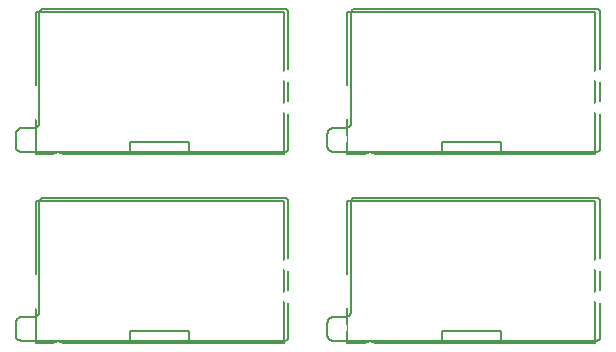
<source format=gbr>
*
%FSLAX26Y26*%
%MOIN*%
%ADD10C,0.006150*%
%ADD11C,0.005000*%
%ADD12C,0.041350*%
%ADD13C,0.050850*%
%ADD14R,0.051350X0.051350*%
%ADD15C,0.001500*%
%ADD16C,0.053100*%
%ADD17R,0.040600X0.040600*%
%ADD18C,0.004000*%
%ADD19R,0.109100X0.109100*%
%ADD20R,0.039850X0.039850*%
%ADD21C,0.005500*%
%ADD22C,0.014006*%
%IPPOS*%
%LNgbo.gbr*%
%LPD*%
G75*
G54D10*
X107776Y536615D02*
X913484D01*
X913921Y536607D01*
X914354Y536583D01*
X914791Y536548D01*
X915224Y536493D01*
X915654Y536426D01*
X916083Y536343D01*
X916508Y536245D01*
X916929Y536130D01*
X917346Y536004D01*
X917760Y535863D01*
X918165Y535705D01*
X918567Y535536D01*
X918965Y535351D01*
X919354Y535150D01*
X919736Y534941D01*
X920106Y534717D01*
X920472Y534477D01*
X920831Y534229D01*
X921181Y533965D01*
X921520Y533690D01*
X921846Y533402D01*
X922169Y533107D01*
X922476Y532800D01*
X922772Y532477D01*
X923059Y532150D01*
X923335Y531812D01*
X923598Y531461D01*
X923846Y531103D01*
X924087Y530737D01*
X924311Y530367D01*
X924520Y529985D01*
X924720Y529595D01*
X924906Y529197D01*
X925075Y528796D01*
X925232Y528390D01*
X925374Y527977D01*
X925500Y527560D01*
X925614Y527138D01*
X925713Y526713D01*
X925795Y526284D01*
X925862Y525855D01*
X925917Y525422D01*
X925953Y524985D01*
X925976Y524552D01*
X925984Y524115D01*
Y72737D01*
X925976Y72300D01*
X925953Y71867D01*
X925917Y71430D01*
X925862Y70997D01*
X925795Y70567D01*
X925713Y70138D01*
X925614Y69713D01*
X925500Y69292D01*
X925374Y68875D01*
X925232Y68461D01*
X925075Y68056D01*
X924906Y67654D01*
X924720Y67256D01*
X924520Y66867D01*
X924311Y66485D01*
X924087Y66115D01*
X923846Y65749D01*
X923598Y65390D01*
X923335Y65040D01*
X923059Y64701D01*
X922772Y64375D01*
X922476Y64052D01*
X922169Y63745D01*
X921846Y63449D01*
X921520Y63162D01*
X921181Y62886D01*
X920831Y62623D01*
X920472Y62375D01*
X920106Y62134D01*
X919732Y61910D01*
X919354Y61701D01*
X918965Y61501D01*
X918567Y61316D01*
X918165Y61146D01*
X917760Y60989D01*
X917346Y60847D01*
X916929Y60721D01*
X916508Y60607D01*
X916083Y60508D01*
X915654Y60426D01*
X915224Y60359D01*
X914791Y60304D01*
X914354Y60268D01*
X913921Y60245D01*
X913484Y60237D01*
X36220D01*
X16535Y79922D02*
Y119292D01*
X16543Y119843D01*
X16567Y120394D01*
X16606Y120945D01*
X16657Y121497D01*
X16728Y122044D01*
X16815Y122591D01*
X16913Y123130D01*
X17028Y123674D01*
X17157Y124209D01*
X17303Y124741D01*
X17465Y125268D01*
X17642Y125792D01*
X17831Y126312D01*
X18035Y126823D01*
X18252Y127331D01*
X18484Y127831D01*
X18732Y128327D01*
X18992Y128816D01*
X19264Y129292D01*
X19551Y129764D01*
X19854Y130229D01*
X20165Y130682D01*
X20492Y131130D01*
X20831Y131564D01*
X21181Y131993D01*
X21543Y132410D01*
X21917Y132816D01*
X22299Y133213D01*
X22697Y133595D01*
X23102Y133969D01*
X23520Y134331D01*
X23949Y134682D01*
X24382Y135020D01*
X24831Y135347D01*
X25283Y135658D01*
X25748Y135961D01*
X26220Y136249D01*
X26697Y136520D01*
X27185Y136780D01*
X27681Y137028D01*
X28181Y137260D01*
X28689Y137477D01*
X29201Y137682D01*
X29720Y137871D01*
X30244Y138048D01*
X30772Y138209D01*
X31303Y138355D01*
X31839Y138485D01*
X32382Y138599D01*
X32921Y138697D01*
X33468Y138784D01*
X34016Y138855D01*
X34567Y138906D01*
X35118Y138945D01*
X35669Y138969D01*
X36220Y138977D01*
X75591D01*
X76142Y138985D01*
X76693Y139008D01*
X77244Y139048D01*
X77795Y139099D01*
X78343Y139170D01*
X78890Y139256D01*
X79429Y139355D01*
X79972Y139469D01*
X80508Y139599D01*
X81039Y139745D01*
X81567Y139906D01*
X82091Y140083D01*
X82610Y140272D01*
X83122Y140477D01*
X83630Y140693D01*
X84130Y140926D01*
X84626Y141174D01*
X85114Y141434D01*
X85591Y141705D01*
X86063Y141993D01*
X86528Y142296D01*
X86980Y142607D01*
X87429Y142934D01*
X87862Y143272D01*
X88291Y143623D01*
X88709Y143985D01*
X89114Y144359D01*
X89512Y144741D01*
X89894Y145138D01*
X90268Y145544D01*
X90630Y145961D01*
X90980Y146390D01*
X91319Y146823D01*
X91646Y147272D01*
X91957Y147725D01*
X92260Y148190D01*
X92547Y148662D01*
X92819Y149138D01*
X93079Y149627D01*
X93327Y150123D01*
X93559Y150623D01*
X93776Y151130D01*
X93980Y151642D01*
X94169Y152162D01*
X94346Y152686D01*
X94508Y153213D01*
X94654Y153745D01*
X94783Y154280D01*
X94898Y154823D01*
X94996Y155363D01*
X95083Y155910D01*
X95154Y156457D01*
X95205Y157008D01*
X95244Y157560D01*
X95268Y158111D01*
X95276Y158662D01*
Y524115D01*
X95283Y524552D01*
X95307Y524985D01*
X95343Y525422D01*
X95398Y525855D01*
X95465Y526284D01*
X95547Y526713D01*
X95646Y527138D01*
X95760Y527560D01*
X95886Y527977D01*
X96028Y528390D01*
X96185Y528796D01*
X96354Y529197D01*
X96539Y529595D01*
X96740Y529985D01*
X96949Y530367D01*
X97173Y530737D01*
X97413Y531103D01*
X97661Y531461D01*
X97925Y531812D01*
X98201Y532150D01*
X98488Y532477D01*
X98783Y532800D01*
X99091Y533107D01*
X99413Y533402D01*
X99740Y533690D01*
X100079Y533965D01*
X100429Y534229D01*
X100787Y534477D01*
X101154Y534717D01*
X101528Y534941D01*
X101906Y535150D01*
X102295Y535351D01*
X102693Y535536D01*
X103094Y535705D01*
X103500Y535863D01*
X103913Y536004D01*
X104331Y536130D01*
X104752Y536245D01*
X105177Y536343D01*
X105606Y536426D01*
X106035Y536493D01*
X106468Y536548D01*
X106906Y536583D01*
X107339Y536607D01*
X107776Y536615D01*
X16535Y79922D02*
X16543Y79371D01*
X16567Y78819D01*
X16606Y78268D01*
X16657Y77717D01*
X16728Y77170D01*
X16815Y76623D01*
X16913Y76083D01*
X17028Y75540D01*
X17157Y75004D01*
X17303Y74473D01*
X17465Y73945D01*
X17642Y73422D01*
X17831Y72902D01*
X18035Y72390D01*
X18252Y71882D01*
X18484Y71382D01*
X18732Y70886D01*
X18992Y70398D01*
X19264Y69922D01*
X19551Y69449D01*
X19854Y68985D01*
X20165Y68532D01*
X20492Y68083D01*
X20831Y67650D01*
X21181Y67221D01*
X21543Y66804D01*
X21917Y66398D01*
X22299Y66001D01*
X22697Y65619D01*
X23102Y65245D01*
X23520Y64882D01*
X23949Y64532D01*
X24382Y64193D01*
X24831Y63867D01*
X25283Y63556D01*
X25748Y63253D01*
X26220Y62965D01*
X26697Y62693D01*
X27185Y62434D01*
X27681Y62186D01*
X28181Y61953D01*
X28689Y61737D01*
X29201Y61532D01*
X29720Y61343D01*
X30244Y61166D01*
X30772Y61004D01*
X31303Y60859D01*
X31839Y60729D01*
X32382Y60615D01*
X32921Y60516D01*
X33468Y60430D01*
X34016Y60359D01*
X34567Y60308D01*
X35118Y60268D01*
X35669Y60245D01*
X36220Y60237D01*
G54D11*
X909843Y52756D02*
Y525197D01*
X83071D01*
Y52756D01*
X398031D01*
X594882D01*
X909843D01*
X594882D02*
Y92127D01*
X398031D01*
Y52756D01*
%LPC*%
G75*
X398031Y52756D02*
G54D12*
X844488Y205119D03*
X923228D03*
G54D13*
X57874Y101575D03*
G54D14*
Y193372D02*
Y253873D01*
G54D15*
X32199Y168447D02*
Y278798D01*
X83549Y168447D02*
Y278798D01*
G54D12*
X923228Y313386D03*
X844488D03*
G54D16*
X39370Y27560D03*
X159449D03*
G54D17*
X43276Y358268D02*
X47276D01*
G54D18*
X24976Y378568D02*
X65576D01*
X24976Y337968D02*
X65576D01*
G54D17*
X43276Y437008D02*
X47276D01*
G54D18*
X24976Y457308D02*
X65576D01*
X24976Y416708D02*
X65576D01*
G54D17*
X43276Y397638D02*
X47276D01*
G54D18*
X24976Y417938D02*
X65576D01*
X24976Y377338D02*
X65576D01*
G54D17*
X43276Y476379D02*
X47276D01*
G54D18*
X24976Y496679D02*
X65576D01*
X24976Y456079D02*
X65576D01*
G54D17*
X43276Y515749D02*
X47276D01*
G54D18*
X24976Y536049D02*
X65576D01*
X24976Y495449D02*
X65576D01*
G54D19*
X218079Y288977D02*
X222079D01*
G54D18*
X165529Y343527D02*
X274629D01*
X165529Y234427D02*
X274629D01*
G54D20*
X454000Y27166D02*
X546000D01*
G54D21*
X436825Y47091D02*
X563175D01*
X436825Y7241D02*
X563175D01*
G54D22*
X3937Y39371D02*
X4087Y35938D01*
X4535Y32536D01*
X5280Y29182D01*
X6311Y25906D01*
X7626Y22733D01*
X9213Y19686D01*
X11055Y16788D01*
X13150Y14064D01*
X15468Y11532D01*
X18000Y9213D01*
X20724Y7119D01*
X23622Y5276D01*
X26669Y3690D01*
X29843Y2375D01*
X33118Y1343D01*
X36472Y599D01*
X39874Y150D01*
X43307Y1D01*
X897638D01*
X901071Y150D01*
X904472Y599D01*
X907827Y1343D01*
X911102Y2375D01*
X914276Y3690D01*
X917323Y5276D01*
X920220Y7119D01*
X922945Y9213D01*
X925476Y11532D01*
X927795Y14064D01*
X929890Y16788D01*
X931732Y19686D01*
X933319Y22733D01*
X934634Y25906D01*
X935665Y29182D01*
X936409Y32536D01*
X936858Y35938D01*
X937008Y39371D01*
Y78741D01*
X937083Y80457D01*
X937307Y82158D01*
X937677Y83835D01*
X938197Y85473D01*
X938850Y87060D01*
X939646Y88583D01*
X940567Y90032D01*
X941614Y91394D01*
X942772Y92662D01*
X944039Y93819D01*
X945402Y94867D01*
X946850Y95788D01*
X948374Y96583D01*
X949961Y97237D01*
X951598Y97756D01*
X953276Y98127D01*
X954976Y98351D01*
X956693Y98426D01*
X957378Y98457D01*
X958059Y98544D01*
X958732Y98693D01*
X959386Y98902D01*
X960020Y99162D01*
X960630Y99481D01*
X961209Y99851D01*
X961756Y100268D01*
X962260Y100733D01*
X962724Y101237D01*
X963142Y101784D01*
X963512Y102363D01*
X963831Y102973D01*
X964091Y103607D01*
X964299Y104260D01*
X964449Y104934D01*
X964535Y105615D01*
X964567Y106300D01*
Y448819D01*
X964551Y449162D01*
X964508Y449504D01*
X964433Y449839D01*
X964331Y450166D01*
X964197Y450485D01*
X964039Y450788D01*
X963854Y451079D01*
X963646Y451351D01*
X963413Y451603D01*
X963161Y451835D01*
X962890Y452044D01*
X962598Y452229D01*
X962295Y452386D01*
X961976Y452520D01*
X961650Y452623D01*
X961315Y452697D01*
X960972Y452741D01*
X960630Y452756D01*
X958913Y452831D01*
X957213Y453056D01*
X955535Y453426D01*
X953898Y453945D01*
X952311Y454599D01*
X950787Y455394D01*
X949339Y456316D01*
X947976Y457363D01*
X946709Y458520D01*
X945551Y459788D01*
X944504Y461150D01*
X943583Y462599D01*
X942787Y464123D01*
X942134Y465709D01*
X941614Y467347D01*
X941244Y469024D01*
X941020Y470725D01*
X940945Y472441D01*
Y511812D01*
X940795Y515245D01*
X940346Y518646D01*
X939602Y522001D01*
X938571Y525276D01*
X937256Y528449D01*
X935669Y531497D01*
X933827Y534394D01*
X931732Y537119D01*
X929413Y539650D01*
X926882Y541969D01*
X924157Y544064D01*
X921260Y545906D01*
X918213Y547493D01*
X915039Y548808D01*
X911764Y549839D01*
X908409Y550583D01*
X905008Y551032D01*
X901575Y551182D01*
X43307D01*
X39874Y551032D01*
X36472Y550583D01*
X33118Y549839D01*
X29843Y548808D01*
X26669Y547493D01*
X23622Y545906D01*
X20724Y544064D01*
X18000Y541969D01*
X15468Y539650D01*
X13150Y537119D01*
X11055Y534394D01*
X9213Y531497D01*
X7626Y528449D01*
X6311Y525276D01*
X5280Y522001D01*
X4535Y518646D01*
X4087Y515245D01*
X3937Y511812D01*
Y39371D01*
%LPD*%
G75*
X3937Y39371D02*
G54D10*
X107776Y1166536D02*
X913484D01*
X913921Y1166528D01*
X914354Y1166504D01*
X914791Y1166469D01*
X915224Y1166414D01*
X915654Y1166347D01*
X916083Y1166264D01*
X916508Y1166166D01*
X916929Y1166052D01*
X917346Y1165926D01*
X917760Y1165784D01*
X918165Y1165627D01*
X918567Y1165457D01*
X918965Y1165272D01*
X919354Y1165071D01*
X919736Y1164863D01*
X920106Y1164638D01*
X920472Y1164398D01*
X920831Y1164150D01*
X921181Y1163886D01*
X921520Y1163611D01*
X921846Y1163323D01*
X922169Y1163028D01*
X922476Y1162721D01*
X922772Y1162398D01*
X923059Y1162071D01*
X923335Y1161733D01*
X923598Y1161382D01*
X923846Y1161024D01*
X924087Y1160658D01*
X924311Y1160288D01*
X924520Y1159906D01*
X924720Y1159516D01*
X924906Y1159119D01*
X925075Y1158717D01*
X925232Y1158312D01*
X925374Y1157898D01*
X925500Y1157481D01*
X925614Y1157060D01*
X925713Y1156634D01*
X925795Y1156205D01*
X925862Y1155776D01*
X925917Y1155343D01*
X925953Y1154906D01*
X925976Y1154473D01*
X925984Y1154036D01*
Y702658D01*
X925976Y702221D01*
X925953Y701788D01*
X925917Y701351D01*
X925862Y700918D01*
X925795Y700489D01*
X925713Y700060D01*
X925614Y699634D01*
X925500Y699213D01*
X925374Y698796D01*
X925232Y698382D01*
X925075Y697977D01*
X924906Y697575D01*
X924720Y697178D01*
X924520Y696788D01*
X924311Y696406D01*
X924087Y696036D01*
X923846Y695670D01*
X923598Y695312D01*
X923335Y694961D01*
X923059Y694623D01*
X922772Y694296D01*
X922476Y693973D01*
X922169Y693666D01*
X921846Y693371D01*
X921520Y693083D01*
X921181Y692808D01*
X920831Y692544D01*
X920472Y692296D01*
X920106Y692056D01*
X919732Y691831D01*
X919354Y691623D01*
X918965Y691422D01*
X918567Y691237D01*
X918165Y691067D01*
X917760Y690910D01*
X917346Y690768D01*
X916929Y690642D01*
X916508Y690528D01*
X916083Y690430D01*
X915654Y690347D01*
X915224Y690280D01*
X914791Y690225D01*
X914354Y690190D01*
X913921Y690166D01*
X913484Y690158D01*
X36220D01*
X16535Y709843D02*
Y749213D01*
X16543Y749764D01*
X16567Y750316D01*
X16606Y750867D01*
X16657Y751418D01*
X16728Y751965D01*
X16815Y752512D01*
X16913Y753052D01*
X17028Y753595D01*
X17157Y754130D01*
X17303Y754662D01*
X17465Y755190D01*
X17642Y755713D01*
X17831Y756233D01*
X18035Y756745D01*
X18252Y757253D01*
X18484Y757753D01*
X18732Y758249D01*
X18992Y758737D01*
X19264Y759213D01*
X19551Y759686D01*
X19854Y760150D01*
X20165Y760603D01*
X20492Y761052D01*
X20831Y761485D01*
X21181Y761914D01*
X21543Y762331D01*
X21917Y762737D01*
X22299Y763134D01*
X22697Y763516D01*
X23102Y763890D01*
X23520Y764253D01*
X23949Y764603D01*
X24382Y764941D01*
X24831Y765268D01*
X25283Y765579D01*
X25748Y765882D01*
X26220Y766170D01*
X26697Y766441D01*
X27185Y766701D01*
X27681Y766949D01*
X28181Y767182D01*
X28689Y767398D01*
X29201Y767603D01*
X29720Y767792D01*
X30244Y767969D01*
X30772Y768130D01*
X31303Y768276D01*
X31839Y768406D01*
X32382Y768520D01*
X32921Y768619D01*
X33468Y768705D01*
X34016Y768776D01*
X34567Y768827D01*
X35118Y768867D01*
X35669Y768890D01*
X36220Y768898D01*
X75591D01*
X76142Y768906D01*
X76693Y768930D01*
X77244Y768969D01*
X77795Y769020D01*
X78343Y769091D01*
X78890Y769178D01*
X79429Y769276D01*
X79972Y769390D01*
X80508Y769520D01*
X81039Y769666D01*
X81567Y769827D01*
X82091Y770004D01*
X82610Y770193D01*
X83122Y770398D01*
X83630Y770615D01*
X84130Y770847D01*
X84626Y771095D01*
X85114Y771355D01*
X85591Y771627D01*
X86063Y771914D01*
X86528Y772217D01*
X86980Y772528D01*
X87429Y772855D01*
X87862Y773193D01*
X88291Y773544D01*
X88709Y773906D01*
X89114Y774280D01*
X89512Y774662D01*
X89894Y775060D01*
X90268Y775465D01*
X90630Y775882D01*
X90980Y776312D01*
X91319Y776745D01*
X91646Y777193D01*
X91957Y777646D01*
X92260Y778111D01*
X92547Y778583D01*
X92819Y779060D01*
X93079Y779548D01*
X93327Y780044D01*
X93559Y780544D01*
X93776Y781052D01*
X93980Y781564D01*
X94169Y782083D01*
X94346Y782607D01*
X94508Y783134D01*
X94654Y783666D01*
X94783Y784201D01*
X94898Y784745D01*
X94996Y785284D01*
X95083Y785831D01*
X95154Y786379D01*
X95205Y786930D01*
X95244Y787481D01*
X95268Y788032D01*
X95276Y788583D01*
Y1154036D01*
X95283Y1154473D01*
X95307Y1154906D01*
X95343Y1155343D01*
X95398Y1155776D01*
X95465Y1156205D01*
X95547Y1156634D01*
X95646Y1157060D01*
X95760Y1157481D01*
X95886Y1157898D01*
X96028Y1158312D01*
X96185Y1158717D01*
X96354Y1159119D01*
X96539Y1159516D01*
X96740Y1159906D01*
X96949Y1160288D01*
X97173Y1160658D01*
X97413Y1161024D01*
X97661Y1161382D01*
X97925Y1161733D01*
X98201Y1162071D01*
X98488Y1162398D01*
X98783Y1162721D01*
X99091Y1163028D01*
X99413Y1163323D01*
X99740Y1163611D01*
X100079Y1163886D01*
X100429Y1164150D01*
X100787Y1164398D01*
X101154Y1164638D01*
X101528Y1164863D01*
X101906Y1165071D01*
X102295Y1165272D01*
X102693Y1165457D01*
X103094Y1165627D01*
X103500Y1165784D01*
X103913Y1165926D01*
X104331Y1166052D01*
X104752Y1166166D01*
X105177Y1166264D01*
X105606Y1166347D01*
X106035Y1166414D01*
X106468Y1166469D01*
X106906Y1166504D01*
X107339Y1166528D01*
X107776Y1166536D01*
X16535Y709843D02*
X16543Y709292D01*
X16567Y708741D01*
X16606Y708190D01*
X16657Y707638D01*
X16728Y707091D01*
X16815Y706544D01*
X16913Y706004D01*
X17028Y705461D01*
X17157Y704926D01*
X17303Y704394D01*
X17465Y703867D01*
X17642Y703343D01*
X17831Y702823D01*
X18035Y702312D01*
X18252Y701804D01*
X18484Y701304D01*
X18732Y700808D01*
X18992Y700319D01*
X19264Y699843D01*
X19551Y699371D01*
X19854Y698906D01*
X20165Y698453D01*
X20492Y698004D01*
X20831Y697571D01*
X21181Y697142D01*
X21543Y696725D01*
X21917Y696319D01*
X22299Y695922D01*
X22697Y695540D01*
X23102Y695166D01*
X23520Y694804D01*
X23949Y694453D01*
X24382Y694115D01*
X24831Y693788D01*
X25283Y693477D01*
X25748Y693174D01*
X26220Y692886D01*
X26697Y692615D01*
X27185Y692355D01*
X27681Y692107D01*
X28181Y691875D01*
X28689Y691658D01*
X29201Y691453D01*
X29720Y691264D01*
X30244Y691087D01*
X30772Y690926D01*
X31303Y690780D01*
X31839Y690650D01*
X32382Y690536D01*
X32921Y690438D01*
X33468Y690351D01*
X34016Y690280D01*
X34567Y690229D01*
X35118Y690190D01*
X35669Y690166D01*
X36220Y690158D01*
G54D11*
X909843Y682678D02*
Y1155119D01*
X83071D01*
Y682678D01*
X398031D01*
X594882D01*
X909843D01*
X594882D02*
Y722048D01*
X398031D01*
Y682678D01*
%LPC*%
G75*
X398031Y682678D02*
G54D12*
X844488Y835040D03*
X923228D03*
G54D13*
X57874Y731497D03*
G54D14*
Y823294D02*
Y883794D01*
G54D15*
X32199Y798369D02*
Y908719D01*
X83549Y798369D02*
Y908719D01*
G54D12*
X923228Y943308D03*
X844488D03*
G54D16*
X39370Y657481D03*
X159449D03*
G54D17*
X43276Y988190D02*
X47276D01*
G54D18*
X24976Y1008490D02*
X65576D01*
X24976Y967890D02*
X65576D01*
G54D17*
X43276Y1066930D02*
X47276D01*
G54D18*
X24976Y1087230D02*
X65576D01*
X24976Y1046630D02*
X65576D01*
G54D17*
X43276Y1027560D02*
X47276D01*
G54D18*
X24976Y1047860D02*
X65576D01*
X24976Y1007260D02*
X65576D01*
G54D17*
X43276Y1106300D02*
X47276D01*
G54D18*
X24976Y1126600D02*
X65576D01*
X24976Y1086000D02*
X65576D01*
G54D17*
X43276Y1145670D02*
X47276D01*
G54D18*
X24976Y1165970D02*
X65576D01*
X24976Y1125370D02*
X65576D01*
G54D19*
X218079Y918898D02*
X222079D01*
G54D18*
X165529Y973448D02*
X274629D01*
X165529Y864348D02*
X274629D01*
G54D20*
X454000Y657087D02*
X546000D01*
G54D21*
X436825Y677012D02*
X563175D01*
X436825Y637162D02*
X563175D01*
G54D22*
X3937Y669292D02*
X4087Y665859D01*
X4535Y662457D01*
X5280Y659103D01*
X6311Y655827D01*
X7626Y652654D01*
X9213Y649607D01*
X11055Y646709D01*
X13150Y643985D01*
X15468Y641453D01*
X18000Y639134D01*
X20724Y637040D01*
X23622Y635197D01*
X26669Y633611D01*
X29843Y632296D01*
X33118Y631264D01*
X36472Y630520D01*
X39874Y630071D01*
X43307Y629922D01*
X897638D01*
X901071Y630071D01*
X904472Y630520D01*
X907827Y631264D01*
X911102Y632296D01*
X914276Y633611D01*
X917323Y635197D01*
X920220Y637040D01*
X922945Y639134D01*
X925476Y641453D01*
X927795Y643985D01*
X929890Y646709D01*
X931732Y649607D01*
X933319Y652654D01*
X934634Y655827D01*
X935665Y659103D01*
X936409Y662457D01*
X936858Y665859D01*
X937008Y669292D01*
Y708662D01*
X937083Y710379D01*
X937307Y712079D01*
X937677Y713756D01*
X938197Y715394D01*
X938850Y716981D01*
X939646Y718504D01*
X940567Y719953D01*
X941614Y721316D01*
X942772Y722583D01*
X944039Y723741D01*
X945402Y724788D01*
X946850Y725709D01*
X948374Y726504D01*
X949961Y727158D01*
X951598Y727678D01*
X953276Y728048D01*
X954976Y728272D01*
X956693Y728347D01*
X957378Y728379D01*
X958059Y728465D01*
X958732Y728615D01*
X959386Y728823D01*
X960020Y729083D01*
X960630Y729402D01*
X961209Y729772D01*
X961756Y730190D01*
X962260Y730654D01*
X962724Y731158D01*
X963142Y731705D01*
X963512Y732284D01*
X963831Y732894D01*
X964091Y733528D01*
X964299Y734182D01*
X964449Y734855D01*
X964535Y735536D01*
X964567Y736221D01*
Y1078741D01*
X964551Y1079083D01*
X964508Y1079426D01*
X964433Y1079760D01*
X964331Y1080087D01*
X964197Y1080406D01*
X964039Y1080709D01*
X963854Y1081001D01*
X963646Y1081272D01*
X963413Y1081524D01*
X963161Y1081756D01*
X962890Y1081965D01*
X962598Y1082150D01*
X962295Y1082308D01*
X961976Y1082441D01*
X961650Y1082544D01*
X961315Y1082619D01*
X960972Y1082662D01*
X960630Y1082678D01*
X958913Y1082753D01*
X957213Y1082977D01*
X955535Y1083347D01*
X953898Y1083867D01*
X952311Y1084520D01*
X950787Y1085316D01*
X949339Y1086237D01*
X947976Y1087284D01*
X946709Y1088441D01*
X945551Y1089709D01*
X944504Y1091071D01*
X943583Y1092520D01*
X942787Y1094044D01*
X942134Y1095630D01*
X941614Y1097268D01*
X941244Y1098945D01*
X941020Y1100646D01*
X940945Y1102363D01*
Y1141733D01*
X940795Y1145166D01*
X940346Y1148567D01*
X939602Y1151922D01*
X938571Y1155197D01*
X937256Y1158371D01*
X935669Y1161418D01*
X933827Y1164316D01*
X931732Y1167040D01*
X929413Y1169571D01*
X926882Y1171890D01*
X924157Y1173985D01*
X921260Y1175827D01*
X918213Y1177414D01*
X915039Y1178729D01*
X911764Y1179760D01*
X908409Y1180504D01*
X905008Y1180953D01*
X901575Y1181103D01*
X43307D01*
X39874Y1180953D01*
X36472Y1180504D01*
X33118Y1179760D01*
X29843Y1178729D01*
X26669Y1177414D01*
X23622Y1175827D01*
X20724Y1173985D01*
X18000Y1171890D01*
X15468Y1169571D01*
X13150Y1167040D01*
X11055Y1164316D01*
X9213Y1161418D01*
X7626Y1158371D01*
X6311Y1155197D01*
X5280Y1151922D01*
X4535Y1148567D01*
X4087Y1145166D01*
X3937Y1141733D01*
Y669292D01*
%LPD*%
G75*
X3937Y669292D02*
G54D10*
X1147146Y536615D02*
X1952854D01*
X1953291Y536607D01*
X1953724Y536583D01*
X1954161Y536548D01*
X1954594Y536493D01*
X1955024Y536426D01*
X1955453Y536343D01*
X1955878Y536245D01*
X1956299Y536130D01*
X1956717Y536004D01*
X1957130Y535863D01*
X1957535Y535705D01*
X1957937Y535536D01*
X1958335Y535351D01*
X1958724Y535150D01*
X1959106Y534941D01*
X1959476Y534717D01*
X1959843Y534477D01*
X1960201Y534229D01*
X1960551Y533965D01*
X1960890Y533690D01*
X1961217Y533402D01*
X1961539Y533107D01*
X1961846Y532800D01*
X1962142Y532477D01*
X1962429Y532150D01*
X1962705Y531812D01*
X1962968Y531461D01*
X1963217Y531103D01*
X1963457Y530737D01*
X1963681Y530367D01*
X1963890Y529985D01*
X1964091Y529595D01*
X1964276Y529197D01*
X1964445Y528796D01*
X1964602Y528390D01*
X1964744Y527977D01*
X1964870Y527560D01*
X1964984Y527138D01*
X1965083Y526713D01*
X1965165Y526284D01*
X1965232Y525855D01*
X1965287Y525422D01*
X1965323Y524985D01*
X1965346Y524552D01*
X1965354Y524115D01*
Y72737D01*
X1965346Y72300D01*
X1965323Y71867D01*
X1965287Y71430D01*
X1965232Y70997D01*
X1965165Y70567D01*
X1965083Y70138D01*
X1964984Y69713D01*
X1964870Y69292D01*
X1964744Y68875D01*
X1964602Y68461D01*
X1964445Y68056D01*
X1964276Y67654D01*
X1964091Y67256D01*
X1963890Y66867D01*
X1963681Y66485D01*
X1963457Y66115D01*
X1963217Y65749D01*
X1962968Y65390D01*
X1962705Y65040D01*
X1962429Y64701D01*
X1962142Y64375D01*
X1961846Y64052D01*
X1961539Y63745D01*
X1961217Y63449D01*
X1960890Y63162D01*
X1960551Y62886D01*
X1960201Y62623D01*
X1959843Y62375D01*
X1959476Y62134D01*
X1959102Y61910D01*
X1958724Y61701D01*
X1958335Y61501D01*
X1957937Y61316D01*
X1957535Y61146D01*
X1957130Y60989D01*
X1956717Y60847D01*
X1956299Y60721D01*
X1955878Y60607D01*
X1955453Y60508D01*
X1955024Y60426D01*
X1954594Y60359D01*
X1954161Y60304D01*
X1953724Y60268D01*
X1953291Y60245D01*
X1952854Y60237D01*
X1075591D01*
X1055906Y79922D02*
Y119292D01*
X1055913Y119843D01*
X1055937Y120394D01*
X1055976Y120945D01*
X1056028Y121497D01*
X1056098Y122044D01*
X1056185Y122591D01*
X1056283Y123130D01*
X1056398Y123674D01*
X1056528Y124209D01*
X1056673Y124741D01*
X1056835Y125268D01*
X1057012Y125792D01*
X1057201Y126312D01*
X1057406Y126823D01*
X1057622Y127331D01*
X1057854Y127831D01*
X1058102Y128327D01*
X1058362Y128816D01*
X1058634Y129292D01*
X1058921Y129764D01*
X1059224Y130229D01*
X1059535Y130682D01*
X1059862Y131130D01*
X1060201Y131564D01*
X1060551Y131993D01*
X1060913Y132410D01*
X1061287Y132816D01*
X1061669Y133213D01*
X1062067Y133595D01*
X1062472Y133969D01*
X1062890Y134331D01*
X1063319Y134682D01*
X1063752Y135020D01*
X1064201Y135347D01*
X1064654Y135658D01*
X1065118Y135961D01*
X1065591Y136249D01*
X1066067Y136520D01*
X1066555Y136780D01*
X1067051Y137028D01*
X1067551Y137260D01*
X1068059Y137477D01*
X1068571Y137682D01*
X1069091Y137871D01*
X1069614Y138048D01*
X1070142Y138209D01*
X1070673Y138355D01*
X1071209Y138485D01*
X1071752Y138599D01*
X1072291Y138697D01*
X1072839Y138784D01*
X1073386Y138855D01*
X1073937Y138906D01*
X1074488Y138945D01*
X1075039Y138969D01*
X1075591Y138977D01*
X1114961D01*
X1115512Y138985D01*
X1116063Y139008D01*
X1116614Y139048D01*
X1117165Y139099D01*
X1117713Y139170D01*
X1118260Y139256D01*
X1118799Y139355D01*
X1119343Y139469D01*
X1119878Y139599D01*
X1120409Y139745D01*
X1120937Y139906D01*
X1121461Y140083D01*
X1121980Y140272D01*
X1122492Y140477D01*
X1123000Y140693D01*
X1123500Y140926D01*
X1123996Y141174D01*
X1124484Y141434D01*
X1124961Y141705D01*
X1125433Y141993D01*
X1125898Y142296D01*
X1126350Y142607D01*
X1126799Y142934D01*
X1127232Y143272D01*
X1127661Y143623D01*
X1128079Y143985D01*
X1128484Y144359D01*
X1128882Y144741D01*
X1129264Y145138D01*
X1129638Y145544D01*
X1130000Y145961D01*
X1130350Y146390D01*
X1130689Y146823D01*
X1131016Y147272D01*
X1131327Y147725D01*
X1131630Y148190D01*
X1131917Y148662D01*
X1132189Y149138D01*
X1132449Y149627D01*
X1132697Y150123D01*
X1132929Y150623D01*
X1133146Y151130D01*
X1133350Y151642D01*
X1133539Y152162D01*
X1133717Y152686D01*
X1133878Y153213D01*
X1134024Y153745D01*
X1134154Y154280D01*
X1134268Y154823D01*
X1134366Y155363D01*
X1134453Y155910D01*
X1134524Y156457D01*
X1134575Y157008D01*
X1134614Y157560D01*
X1134638Y158111D01*
X1134646Y158662D01*
Y524115D01*
X1134654Y524552D01*
X1134677Y524985D01*
X1134713Y525422D01*
X1134768Y525855D01*
X1134835Y526284D01*
X1134917Y526713D01*
X1135016Y527138D01*
X1135130Y527560D01*
X1135256Y527977D01*
X1135398Y528390D01*
X1135555Y528796D01*
X1135724Y529197D01*
X1135909Y529595D01*
X1136110Y529985D01*
X1136319Y530367D01*
X1136543Y530737D01*
X1136783Y531103D01*
X1137031Y531461D01*
X1137295Y531812D01*
X1137571Y532150D01*
X1137858Y532477D01*
X1138154Y532800D01*
X1138461Y533107D01*
X1138783Y533402D01*
X1139110Y533690D01*
X1139449Y533965D01*
X1139799Y534229D01*
X1140157Y534477D01*
X1140524Y534717D01*
X1140898Y534941D01*
X1141276Y535150D01*
X1141665Y535351D01*
X1142063Y535536D01*
X1142465Y535705D01*
X1142870Y535863D01*
X1143283Y536004D01*
X1143701Y536130D01*
X1144122Y536245D01*
X1144547Y536343D01*
X1144976Y536426D01*
X1145406Y536493D01*
X1145839Y536548D01*
X1146276Y536583D01*
X1146709Y536607D01*
X1147146Y536615D01*
X1055906Y79922D02*
X1055913Y79371D01*
X1055937Y78819D01*
X1055976Y78268D01*
X1056028Y77717D01*
X1056098Y77170D01*
X1056185Y76623D01*
X1056283Y76083D01*
X1056398Y75540D01*
X1056528Y75004D01*
X1056673Y74473D01*
X1056835Y73945D01*
X1057012Y73422D01*
X1057201Y72902D01*
X1057406Y72390D01*
X1057622Y71882D01*
X1057854Y71382D01*
X1058102Y70886D01*
X1058362Y70398D01*
X1058634Y69922D01*
X1058921Y69449D01*
X1059224Y68985D01*
X1059535Y68532D01*
X1059862Y68083D01*
X1060201Y67650D01*
X1060551Y67221D01*
X1060913Y66804D01*
X1061287Y66398D01*
X1061669Y66001D01*
X1062067Y65619D01*
X1062472Y65245D01*
X1062890Y64882D01*
X1063319Y64532D01*
X1063752Y64193D01*
X1064201Y63867D01*
X1064654Y63556D01*
X1065118Y63253D01*
X1065591Y62965D01*
X1066067Y62693D01*
X1066555Y62434D01*
X1067051Y62186D01*
X1067551Y61953D01*
X1068059Y61737D01*
X1068571Y61532D01*
X1069091Y61343D01*
X1069614Y61166D01*
X1070142Y61004D01*
X1070673Y60859D01*
X1071209Y60729D01*
X1071752Y60615D01*
X1072291Y60516D01*
X1072839Y60430D01*
X1073386Y60359D01*
X1073937Y60308D01*
X1074488Y60268D01*
X1075039Y60245D01*
X1075591Y60237D01*
G54D11*
X1949213Y52756D02*
Y525197D01*
X1122441D01*
Y52756D01*
X1437402D01*
X1634252D01*
X1949213D01*
X1634252D02*
Y92127D01*
X1437402D01*
Y52756D01*
%LPC*%
G75*
X1437402Y52756D02*
G54D12*
X1883858Y205119D03*
X1962598D03*
G54D13*
X1097244Y101575D03*
G54D14*
Y193372D02*
Y253873D01*
G54D15*
X1071569Y168447D02*
Y278798D01*
X1122919Y168447D02*
Y278798D01*
G54D12*
X1962598Y313386D03*
X1883858D03*
G54D16*
X1078740Y27560D03*
X1198819D03*
G54D17*
X1082646Y358268D02*
X1086646D01*
G54D18*
X1064346Y378568D02*
X1104946D01*
X1064346Y337968D02*
X1104946D01*
G54D17*
X1082646Y437008D02*
X1086646D01*
G54D18*
X1064346Y457308D02*
X1104946D01*
X1064346Y416708D02*
X1104946D01*
G54D17*
X1082646Y397638D02*
X1086646D01*
G54D18*
X1064346Y417938D02*
X1104946D01*
X1064346Y377338D02*
X1104946D01*
G54D17*
X1082646Y476379D02*
X1086646D01*
G54D18*
X1064346Y496679D02*
X1104946D01*
X1064346Y456079D02*
X1104946D01*
G54D17*
X1082646Y515749D02*
X1086646D01*
G54D18*
X1064346Y536049D02*
X1104946D01*
X1064346Y495449D02*
X1104946D01*
G54D19*
X1257449Y288977D02*
X1261449D01*
G54D18*
X1204899Y343527D02*
X1313999D01*
X1204899Y234427D02*
X1313999D01*
G54D20*
X1493370Y27166D02*
X1585370D01*
G54D21*
X1476195Y47091D02*
X1602545D01*
X1476195Y7241D02*
X1602545D01*
G54D22*
X1043307Y39371D02*
X1043457Y35938D01*
X1043906Y32536D01*
X1044650Y29182D01*
X1045681Y25906D01*
X1046996Y22733D01*
X1048583Y19686D01*
X1050425Y16788D01*
X1052520Y14064D01*
X1054839Y11532D01*
X1057370Y9213D01*
X1060094Y7119D01*
X1062992Y5276D01*
X1066039Y3690D01*
X1069213Y2375D01*
X1072488Y1343D01*
X1075843Y599D01*
X1079244Y150D01*
X1082677Y1D01*
X1937008D01*
X1940441Y150D01*
X1943843Y599D01*
X1947197Y1343D01*
X1950472Y2375D01*
X1953646Y3690D01*
X1956693Y5276D01*
X1959591Y7119D01*
X1962315Y9213D01*
X1964846Y11532D01*
X1967165Y14064D01*
X1969260Y16788D01*
X1971102Y19686D01*
X1972689Y22733D01*
X1974004Y25906D01*
X1975035Y29182D01*
X1975780Y32536D01*
X1976228Y35938D01*
X1976378Y39371D01*
Y78741D01*
X1976453Y80457D01*
X1976677Y82158D01*
X1977047Y83835D01*
X1977567Y85473D01*
X1978220Y87060D01*
X1979016Y88583D01*
X1979937Y90032D01*
X1980984Y91394D01*
X1982142Y92662D01*
X1983409Y93819D01*
X1984772Y94867D01*
X1986220Y95788D01*
X1987744Y96583D01*
X1989331Y97237D01*
X1990968Y97756D01*
X1992646Y98127D01*
X1994346Y98351D01*
X1996063Y98426D01*
X1996748Y98457D01*
X1997429Y98544D01*
X1998102Y98693D01*
X1998756Y98902D01*
X1999390Y99162D01*
X2000000Y99481D01*
X2000579Y99851D01*
X2001126Y100268D01*
X2001630Y100733D01*
X2002094Y101237D01*
X2002512Y101784D01*
X2002882Y102363D01*
X2003201Y102973D01*
X2003461Y103607D01*
X2003669Y104260D01*
X2003819Y104934D01*
X2003906Y105615D01*
X2003937Y106300D01*
Y448819D01*
X2003921Y449162D01*
X2003878Y449504D01*
X2003803Y449839D01*
X2003701Y450166D01*
X2003567Y450485D01*
X2003409Y450788D01*
X2003224Y451079D01*
X2003016Y451351D01*
X2002783Y451603D01*
X2002531Y451835D01*
X2002260Y452044D01*
X2001968Y452229D01*
X2001665Y452386D01*
X2001346Y452520D01*
X2001020Y452623D01*
X2000685Y452697D01*
X2000343Y452741D01*
X2000000Y452756D01*
X1998283Y452831D01*
X1996583Y453056D01*
X1994906Y453426D01*
X1993268Y453945D01*
X1991681Y454599D01*
X1990157Y455394D01*
X1988709Y456316D01*
X1987346Y457363D01*
X1986079Y458520D01*
X1984921Y459788D01*
X1983874Y461150D01*
X1982953Y462599D01*
X1982157Y464123D01*
X1981504Y465709D01*
X1980984Y467347D01*
X1980614Y469024D01*
X1980390Y470725D01*
X1980315Y472441D01*
Y511812D01*
X1980165Y515245D01*
X1979717Y518646D01*
X1978972Y522001D01*
X1977941Y525276D01*
X1976626Y528449D01*
X1975039Y531497D01*
X1973197Y534394D01*
X1971102Y537119D01*
X1968783Y539650D01*
X1966252Y541969D01*
X1963528Y544064D01*
X1960630Y545906D01*
X1957583Y547493D01*
X1954409Y548808D01*
X1951134Y549839D01*
X1947780Y550583D01*
X1944378Y551032D01*
X1940945Y551182D01*
X1082677D01*
X1079244Y551032D01*
X1075843Y550583D01*
X1072488Y549839D01*
X1069213Y548808D01*
X1066039Y547493D01*
X1062992Y545906D01*
X1060094Y544064D01*
X1057370Y541969D01*
X1054839Y539650D01*
X1052520Y537119D01*
X1050425Y534394D01*
X1048583Y531497D01*
X1046996Y528449D01*
X1045681Y525276D01*
X1044650Y522001D01*
X1043906Y518646D01*
X1043457Y515245D01*
X1043307Y511812D01*
Y39371D01*
%LPD*%
G75*
X1043307Y39371D02*
G54D10*
X1147146Y1166536D02*
X1952854D01*
X1953291Y1166528D01*
X1953724Y1166504D01*
X1954161Y1166469D01*
X1954594Y1166414D01*
X1955024Y1166347D01*
X1955453Y1166264D01*
X1955878Y1166166D01*
X1956299Y1166052D01*
X1956717Y1165926D01*
X1957130Y1165784D01*
X1957535Y1165627D01*
X1957937Y1165457D01*
X1958335Y1165272D01*
X1958724Y1165071D01*
X1959106Y1164863D01*
X1959476Y1164638D01*
X1959843Y1164398D01*
X1960201Y1164150D01*
X1960551Y1163886D01*
X1960890Y1163611D01*
X1961217Y1163323D01*
X1961539Y1163028D01*
X1961846Y1162721D01*
X1962142Y1162398D01*
X1962429Y1162071D01*
X1962705Y1161733D01*
X1962968Y1161382D01*
X1963217Y1161024D01*
X1963457Y1160658D01*
X1963681Y1160288D01*
X1963890Y1159906D01*
X1964091Y1159516D01*
X1964276Y1159119D01*
X1964445Y1158717D01*
X1964602Y1158312D01*
X1964744Y1157898D01*
X1964870Y1157481D01*
X1964984Y1157060D01*
X1965083Y1156634D01*
X1965165Y1156205D01*
X1965232Y1155776D01*
X1965287Y1155343D01*
X1965323Y1154906D01*
X1965346Y1154473D01*
X1965354Y1154036D01*
Y702658D01*
X1965346Y702221D01*
X1965323Y701788D01*
X1965287Y701351D01*
X1965232Y700918D01*
X1965165Y700489D01*
X1965083Y700060D01*
X1964984Y699634D01*
X1964870Y699213D01*
X1964744Y698796D01*
X1964602Y698382D01*
X1964445Y697977D01*
X1964276Y697575D01*
X1964091Y697178D01*
X1963890Y696788D01*
X1963681Y696406D01*
X1963457Y696036D01*
X1963217Y695670D01*
X1962968Y695312D01*
X1962705Y694961D01*
X1962429Y694623D01*
X1962142Y694296D01*
X1961846Y693973D01*
X1961539Y693666D01*
X1961217Y693371D01*
X1960890Y693083D01*
X1960551Y692808D01*
X1960201Y692544D01*
X1959843Y692296D01*
X1959476Y692056D01*
X1959102Y691831D01*
X1958724Y691623D01*
X1958335Y691422D01*
X1957937Y691237D01*
X1957535Y691067D01*
X1957130Y690910D01*
X1956717Y690768D01*
X1956299Y690642D01*
X1955878Y690528D01*
X1955453Y690430D01*
X1955024Y690347D01*
X1954594Y690280D01*
X1954161Y690225D01*
X1953724Y690190D01*
X1953291Y690166D01*
X1952854Y690158D01*
X1075591D01*
X1055906Y709843D02*
Y749213D01*
X1055913Y749764D01*
X1055937Y750316D01*
X1055976Y750867D01*
X1056028Y751418D01*
X1056098Y751965D01*
X1056185Y752512D01*
X1056283Y753052D01*
X1056398Y753595D01*
X1056528Y754130D01*
X1056673Y754662D01*
X1056835Y755190D01*
X1057012Y755713D01*
X1057201Y756233D01*
X1057406Y756745D01*
X1057622Y757253D01*
X1057854Y757753D01*
X1058102Y758249D01*
X1058362Y758737D01*
X1058634Y759213D01*
X1058921Y759686D01*
X1059224Y760150D01*
X1059535Y760603D01*
X1059862Y761052D01*
X1060201Y761485D01*
X1060551Y761914D01*
X1060913Y762331D01*
X1061287Y762737D01*
X1061669Y763134D01*
X1062067Y763516D01*
X1062472Y763890D01*
X1062890Y764253D01*
X1063319Y764603D01*
X1063752Y764941D01*
X1064201Y765268D01*
X1064654Y765579D01*
X1065118Y765882D01*
X1065591Y766170D01*
X1066067Y766441D01*
X1066555Y766701D01*
X1067051Y766949D01*
X1067551Y767182D01*
X1068059Y767398D01*
X1068571Y767603D01*
X1069091Y767792D01*
X1069614Y767969D01*
X1070142Y768130D01*
X1070673Y768276D01*
X1071209Y768406D01*
X1071752Y768520D01*
X1072291Y768619D01*
X1072839Y768705D01*
X1073386Y768776D01*
X1073937Y768827D01*
X1074488Y768867D01*
X1075039Y768890D01*
X1075591Y768898D01*
X1114961D01*
X1115512Y768906D01*
X1116063Y768930D01*
X1116614Y768969D01*
X1117165Y769020D01*
X1117713Y769091D01*
X1118260Y769178D01*
X1118799Y769276D01*
X1119343Y769390D01*
X1119878Y769520D01*
X1120409Y769666D01*
X1120937Y769827D01*
X1121461Y770004D01*
X1121980Y770193D01*
X1122492Y770398D01*
X1123000Y770615D01*
X1123500Y770847D01*
X1123996Y771095D01*
X1124484Y771355D01*
X1124961Y771627D01*
X1125433Y771914D01*
X1125898Y772217D01*
X1126350Y772528D01*
X1126799Y772855D01*
X1127232Y773193D01*
X1127661Y773544D01*
X1128079Y773906D01*
X1128484Y774280D01*
X1128882Y774662D01*
X1129264Y775060D01*
X1129638Y775465D01*
X1130000Y775882D01*
X1130350Y776312D01*
X1130689Y776745D01*
X1131016Y777193D01*
X1131327Y777646D01*
X1131630Y778111D01*
X1131917Y778583D01*
X1132189Y779060D01*
X1132449Y779548D01*
X1132697Y780044D01*
X1132929Y780544D01*
X1133146Y781052D01*
X1133350Y781564D01*
X1133539Y782083D01*
X1133717Y782607D01*
X1133878Y783134D01*
X1134024Y783666D01*
X1134154Y784201D01*
X1134268Y784745D01*
X1134366Y785284D01*
X1134453Y785831D01*
X1134524Y786379D01*
X1134575Y786930D01*
X1134614Y787481D01*
X1134638Y788032D01*
X1134646Y788583D01*
Y1154036D01*
X1134654Y1154473D01*
X1134677Y1154906D01*
X1134713Y1155343D01*
X1134768Y1155776D01*
X1134835Y1156205D01*
X1134917Y1156634D01*
X1135016Y1157060D01*
X1135130Y1157481D01*
X1135256Y1157898D01*
X1135398Y1158312D01*
X1135555Y1158717D01*
X1135724Y1159119D01*
X1135909Y1159516D01*
X1136110Y1159906D01*
X1136319Y1160288D01*
X1136543Y1160658D01*
X1136783Y1161024D01*
X1137031Y1161382D01*
X1137295Y1161733D01*
X1137571Y1162071D01*
X1137858Y1162398D01*
X1138154Y1162721D01*
X1138461Y1163028D01*
X1138783Y1163323D01*
X1139110Y1163611D01*
X1139449Y1163886D01*
X1139799Y1164150D01*
X1140157Y1164398D01*
X1140524Y1164638D01*
X1140898Y1164863D01*
X1141276Y1165071D01*
X1141665Y1165272D01*
X1142063Y1165457D01*
X1142465Y1165627D01*
X1142870Y1165784D01*
X1143283Y1165926D01*
X1143701Y1166052D01*
X1144122Y1166166D01*
X1144547Y1166264D01*
X1144976Y1166347D01*
X1145406Y1166414D01*
X1145839Y1166469D01*
X1146276Y1166504D01*
X1146709Y1166528D01*
X1147146Y1166536D01*
X1055906Y709843D02*
X1055913Y709292D01*
X1055937Y708741D01*
X1055976Y708190D01*
X1056028Y707638D01*
X1056098Y707091D01*
X1056185Y706544D01*
X1056283Y706004D01*
X1056398Y705461D01*
X1056528Y704926D01*
X1056673Y704394D01*
X1056835Y703867D01*
X1057012Y703343D01*
X1057201Y702823D01*
X1057406Y702312D01*
X1057622Y701804D01*
X1057854Y701304D01*
X1058102Y700808D01*
X1058362Y700319D01*
X1058634Y699843D01*
X1058921Y699371D01*
X1059224Y698906D01*
X1059535Y698453D01*
X1059862Y698004D01*
X1060201Y697571D01*
X1060551Y697142D01*
X1060913Y696725D01*
X1061287Y696319D01*
X1061669Y695922D01*
X1062067Y695540D01*
X1062472Y695166D01*
X1062890Y694804D01*
X1063319Y694453D01*
X1063752Y694115D01*
X1064201Y693788D01*
X1064654Y693477D01*
X1065118Y693174D01*
X1065591Y692886D01*
X1066067Y692615D01*
X1066555Y692355D01*
X1067051Y692107D01*
X1067551Y691875D01*
X1068059Y691658D01*
X1068571Y691453D01*
X1069091Y691264D01*
X1069614Y691087D01*
X1070142Y690926D01*
X1070673Y690780D01*
X1071209Y690650D01*
X1071752Y690536D01*
X1072291Y690438D01*
X1072839Y690351D01*
X1073386Y690280D01*
X1073937Y690229D01*
X1074488Y690190D01*
X1075039Y690166D01*
X1075591Y690158D01*
G54D11*
X1949213Y682678D02*
Y1155119D01*
X1122441D01*
Y682678D01*
X1437402D01*
X1634252D01*
X1949213D01*
X1634252D02*
Y722048D01*
X1437402D01*
Y682678D01*
%LPC*%
G75*
X1437402Y682678D02*
G54D12*
X1883858Y835040D03*
X1962598D03*
G54D13*
X1097244Y731497D03*
G54D14*
Y823294D02*
Y883794D01*
G54D15*
X1071569Y798369D02*
Y908719D01*
X1122919Y798369D02*
Y908719D01*
G54D12*
X1962598Y943308D03*
X1883858D03*
G54D16*
X1078740Y657481D03*
X1198819D03*
G54D17*
X1082646Y988190D02*
X1086646D01*
G54D18*
X1064346Y1008490D02*
X1104946D01*
X1064346Y967890D02*
X1104946D01*
G54D17*
X1082646Y1066930D02*
X1086646D01*
G54D18*
X1064346Y1087230D02*
X1104946D01*
X1064346Y1046630D02*
X1104946D01*
G54D17*
X1082646Y1027560D02*
X1086646D01*
G54D18*
X1064346Y1047860D02*
X1104946D01*
X1064346Y1007260D02*
X1104946D01*
G54D17*
X1082646Y1106300D02*
X1086646D01*
G54D18*
X1064346Y1126600D02*
X1104946D01*
X1064346Y1086000D02*
X1104946D01*
G54D17*
X1082646Y1145670D02*
X1086646D01*
G54D18*
X1064346Y1165970D02*
X1104946D01*
X1064346Y1125370D02*
X1104946D01*
G54D19*
X1257449Y918898D02*
X1261449D01*
G54D18*
X1204899Y973448D02*
X1313999D01*
X1204899Y864348D02*
X1313999D01*
G54D20*
X1493370Y657087D02*
X1585370D01*
G54D21*
X1476195Y677012D02*
X1602545D01*
X1476195Y637162D02*
X1602545D01*
G54D22*
X1043307Y669292D02*
X1043457Y665859D01*
X1043906Y662457D01*
X1044650Y659103D01*
X1045681Y655827D01*
X1046996Y652654D01*
X1048583Y649607D01*
X1050425Y646709D01*
X1052520Y643985D01*
X1054839Y641453D01*
X1057370Y639134D01*
X1060094Y637040D01*
X1062992Y635197D01*
X1066039Y633611D01*
X1069213Y632296D01*
X1072488Y631264D01*
X1075843Y630520D01*
X1079244Y630071D01*
X1082677Y629922D01*
X1937008D01*
X1940441Y630071D01*
X1943843Y630520D01*
X1947197Y631264D01*
X1950472Y632296D01*
X1953646Y633611D01*
X1956693Y635197D01*
X1959591Y637040D01*
X1962315Y639134D01*
X1964846Y641453D01*
X1967165Y643985D01*
X1969260Y646709D01*
X1971102Y649607D01*
X1972689Y652654D01*
X1974004Y655827D01*
X1975035Y659103D01*
X1975780Y662457D01*
X1976228Y665859D01*
X1976378Y669292D01*
Y708662D01*
X1976453Y710379D01*
X1976677Y712079D01*
X1977047Y713756D01*
X1977567Y715394D01*
X1978220Y716981D01*
X1979016Y718504D01*
X1979937Y719953D01*
X1980984Y721316D01*
X1982142Y722583D01*
X1983409Y723741D01*
X1984772Y724788D01*
X1986220Y725709D01*
X1987744Y726504D01*
X1989331Y727158D01*
X1990968Y727678D01*
X1992646Y728048D01*
X1994346Y728272D01*
X1996063Y728347D01*
X1996748Y728379D01*
X1997429Y728465D01*
X1998102Y728615D01*
X1998756Y728823D01*
X1999390Y729083D01*
X2000000Y729402D01*
X2000579Y729772D01*
X2001126Y730190D01*
X2001630Y730654D01*
X2002094Y731158D01*
X2002512Y731705D01*
X2002882Y732284D01*
X2003201Y732894D01*
X2003461Y733528D01*
X2003669Y734182D01*
X2003819Y734855D01*
X2003906Y735536D01*
X2003937Y736221D01*
Y1078741D01*
X2003921Y1079083D01*
X2003878Y1079426D01*
X2003803Y1079760D01*
X2003701Y1080087D01*
X2003567Y1080406D01*
X2003409Y1080709D01*
X2003224Y1081001D01*
X2003016Y1081272D01*
X2002783Y1081524D01*
X2002531Y1081756D01*
X2002260Y1081965D01*
X2001968Y1082150D01*
X2001665Y1082308D01*
X2001346Y1082441D01*
X2001020Y1082544D01*
X2000685Y1082619D01*
X2000343Y1082662D01*
X2000000Y1082678D01*
X1998283Y1082753D01*
X1996583Y1082977D01*
X1994906Y1083347D01*
X1993268Y1083867D01*
X1991681Y1084520D01*
X1990157Y1085316D01*
X1988709Y1086237D01*
X1987346Y1087284D01*
X1986079Y1088441D01*
X1984921Y1089709D01*
X1983874Y1091071D01*
X1982953Y1092520D01*
X1982157Y1094044D01*
X1981504Y1095630D01*
X1980984Y1097268D01*
X1980614Y1098945D01*
X1980390Y1100646D01*
X1980315Y1102363D01*
Y1141733D01*
X1980165Y1145166D01*
X1979717Y1148567D01*
X1978972Y1151922D01*
X1977941Y1155197D01*
X1976626Y1158371D01*
X1975039Y1161418D01*
X1973197Y1164316D01*
X1971102Y1167040D01*
X1968783Y1169571D01*
X1966252Y1171890D01*
X1963528Y1173985D01*
X1960630Y1175827D01*
X1957583Y1177414D01*
X1954409Y1178729D01*
X1951134Y1179760D01*
X1947780Y1180504D01*
X1944378Y1180953D01*
X1940945Y1181103D01*
X1082677D01*
X1079244Y1180953D01*
X1075843Y1180504D01*
X1072488Y1179760D01*
X1069213Y1178729D01*
X1066039Y1177414D01*
X1062992Y1175827D01*
X1060094Y1173985D01*
X1057370Y1171890D01*
X1054839Y1169571D01*
X1052520Y1167040D01*
X1050425Y1164316D01*
X1048583Y1161418D01*
X1046996Y1158371D01*
X1045681Y1155197D01*
X1044650Y1151922D01*
X1043906Y1148567D01*
X1043457Y1145166D01*
X1043307Y1141733D01*
Y669292D01*
M02*

</source>
